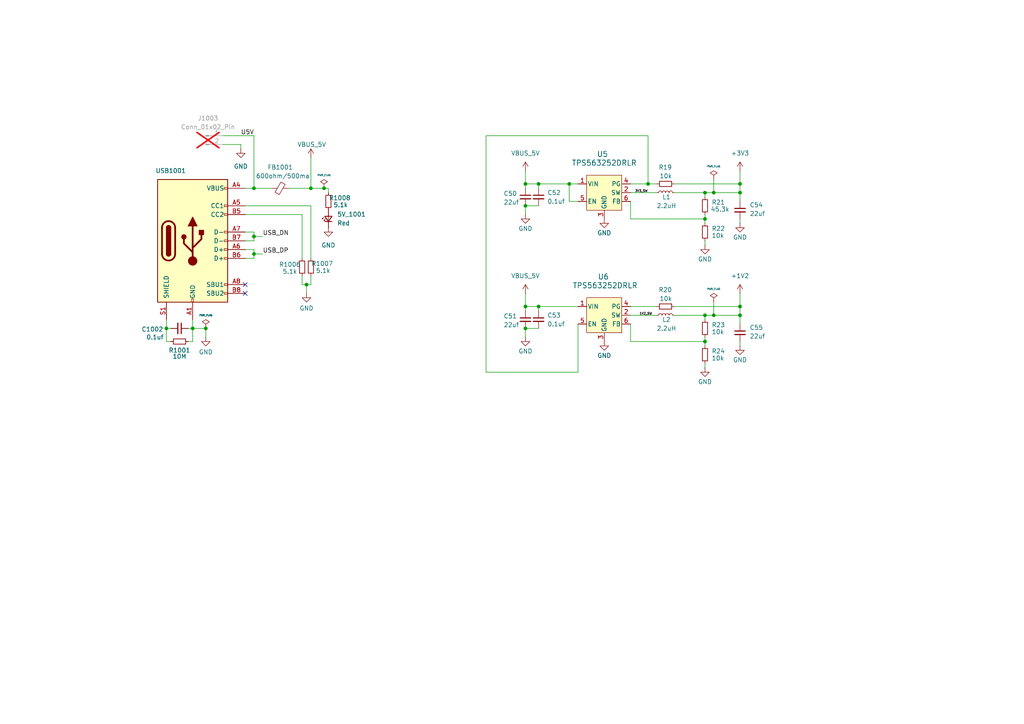
<source format=kicad_sch>
(kicad_sch (version 20231120) (generator "eeschema") (generator_version "8.0")
  (paper "A4")
  (lib_symbols
    (symbol "Connector:Conn_01x02_Pin" (pin_names (offset 1.016) hide)
      (property "Reference" "J" (at 0 2.54 0))
      (property "Value" "Conn_01x02_Pin" (at 0 -5.08 0))
      (symbol "Conn_01x02_Pin_1_1"
        (polyline (pts (xy 1.27 -2.54) (xy 0.8636 -2.54)) (stroke (width 0.1524)))
        (polyline (pts (xy 1.27 0) (xy 0.8636 0)) (stroke (width 0.1524)))
        (rectangle (start 0.8636 -2.413) (end 0 -2.667) (stroke (width 0.1524)) (fill (type outline)))
        (rectangle (start 0.8636 0.127) (end 0 -0.127) (stroke (width 0.1524)) (fill (type outline)))
        (pin passive line (at 5.08 0 180) (length 3.81) (name "Pin_1") (number "1"))
        (pin passive line (at 5.08 -2.54 180) (length 3.81) (name "Pin_2") (number "2"))
      )
    )
    (symbol "Connector:USB_C_Receptacle_USB2.0_16P" (pin_names (offset 1.016))
      (property "Reference" "J" (at 0 22.225 0))
      (property "Value" "USB_C_Receptacle_USB2.0_16P" (at 0 19.685 0))
      (symbol "USB_C_Receptacle_USB2.0_16P_0_0"
        (rectangle (start -0.254 -17.78) (end 0.254 -16.764))
        (rectangle (start 10.16 -14.986) (end 9.144 -15.494))
        (rectangle (start 10.16 -12.446) (end 9.144 -12.954))
        (rectangle (start 10.16 -4.826) (end 9.144 -5.334))
        (rectangle (start 10.16 -2.286) (end 9.144 -2.794))
        (rectangle (start 10.16 0.254) (end 9.144 -0.254))
        (rectangle (start 10.16 2.794) (end 9.144 2.286))
        (rectangle (start 10.16 7.874) (end 9.144 7.366))
        (rectangle (start 10.16 10.414) (end 9.144 9.906))
        (rectangle (start 10.16 15.494) (end 9.144 14.986))
      )
      (symbol "USB_C_Receptacle_USB2.0_16P_0_1"
        (rectangle (start -10.16 17.78) (end 10.16 -17.78) (stroke (width 0.254)) (fill (type background)))
        (arc (start -8.89 -3.81) (mid -6.985 -5.7067) (end -5.08 -3.81) (stroke (width 0.508)))
        (arc (start -7.62 -3.81) (mid -6.985 -4.4423) (end -6.35 -3.81) (stroke (width 0.254)))
        (arc (start -7.62 -3.81) (mid -6.985 -4.4423) (end -6.35 -3.81) (stroke (width 0.254)) (fill (type outline)))
        (rectangle (start -7.62 -3.81) (end -6.35 3.81) (stroke (width 0.254)) (fill (type outline)))
        (arc (start -6.35 3.81) (mid -6.985 4.4423) (end -7.62 3.81) (stroke (width 0.254)))
        (arc (start -6.35 3.81) (mid -6.985 4.4423) (end -7.62 3.81) (stroke (width 0.254)) (fill (type outline)))
        (arc (start -5.08 3.81) (mid -6.985 5.7067) (end -8.89 3.81) (stroke (width 0.508)))
        (circle (center -2.54 1.143) (radius 0.635) (stroke (width 0.254)) (fill (type outline)))
        (circle (center 0 -5.842) (radius 1.27) (fill (type outline)))
        (polyline (pts (xy -8.89 -3.81) (xy -8.89 3.81)) (stroke (width 0.508)))
        (polyline (pts (xy -5.08 3.81) (xy -5.08 -3.81)) (stroke (width 0.508)))
        (polyline (pts (xy 0 -5.842) (xy 0 4.318)) (stroke (width 0.508)))
        (polyline (pts (xy 0 -3.302) (xy -2.54 -0.762) (xy -2.54 0.508)) (stroke (width 0.508)))
        (polyline (pts (xy 0 -2.032) (xy 2.54 0.508) (xy 2.54 1.778)) (stroke (width 0.508)))
        (polyline (pts (xy -1.27 4.318) (xy 0 6.858) (xy 1.27 4.318) (xy -1.27 4.318)) (stroke (width 0.254)) (fill (type outline)))
        (rectangle (start 1.905 1.778) (end 3.175 3.048) (stroke (width 0.254)) (fill (type outline)))
      )
      (symbol "USB_C_Receptacle_USB2.0_16P_1_1"
        (pin passive line (at 0 -22.86 90) (length 5.08) (name "GND") (number "A1"))
        (pin passive line (at 0 -22.86 90) (length 5.08) hide (name "GND") (number "A12"))
        (pin passive line (at 15.24 15.24 180) (length 5.08) (name "VBUS") (number "A4"))
        (pin bidirectional line (at 15.24 10.16 180) (length 5.08) (name "CC1") (number "A5"))
        (pin bidirectional line (at 15.24 -2.54 180) (length 5.08) (name "D+") (number "A6"))
        (pin bidirectional line (at 15.24 2.54 180) (length 5.08) (name "D-") (number "A7"))
        (pin bidirectional line (at 15.24 -12.7 180) (length 5.08) (name "SBU1") (number "A8"))
        (pin passive line (at 15.24 15.24 180) (length 5.08) hide (name "VBUS") (number "A9"))
        (pin passive line (at 0 -22.86 90) (length 5.08) hide (name "GND") (number "B1"))
        (pin passive line (at 0 -22.86 90) (length 5.08) hide (name "GND") (number "B12"))
        (pin passive line (at 15.24 15.24 180) (length 5.08) hide (name "VBUS") (number "B4"))
        (pin bidirectional line (at 15.24 7.62 180) (length 5.08) (name "CC2") (number "B5"))
        (pin bidirectional line (at 15.24 -5.08 180) (length 5.08) (name "D+") (number "B6"))
        (pin bidirectional line (at 15.24 0 180) (length 5.08) (name "D-") (number "B7"))
        (pin bidirectional line (at 15.24 -15.24 180) (length 5.08) (name "SBU2") (number "B8"))
        (pin passive line (at 15.24 15.24 180) (length 5.08) hide (name "VBUS") (number "B9"))
        (pin passive line (at -7.62 -22.86 90) (length 5.08) (name "SHIELD") (number "S1"))
      )
    )
    (symbol "Device:C_Small" (pin_numbers hide) (pin_names (offset 0.254) hide)
      (property "Reference" "C" (at 0.254 1.778 0))
      (property "Value" "C_Small" (at 0.254 -2.032 0))
      (symbol "C_Small_0_1"
        (polyline (pts (xy -1.524 -0.508) (xy 1.524 -0.508)) (stroke (width 0.3302)))
        (polyline (pts (xy -1.524 0.508) (xy 1.524 0.508)) (stroke (width 0.3048)))
      )
      (symbol "C_Small_1_1"
        (pin passive line (at 0 2.54 270) (length 2.032) (name "~") (number "1"))
        (pin passive line (at 0 -2.54 90) (length 2.032) (name "~") (number "2"))
      )
    )
    (symbol "Device:FerriteBead_Small" (pin_numbers hide) (pin_names (offset 0))
      (property "Reference" "FB" (at 1.905 1.27 0))
      (property "Value" "FerriteBead_Small" (at 1.905 -1.27 0))
      (symbol "FerriteBead_Small_0_1"
        (polyline (pts (xy 0 -1.27) (xy 0 -0.7874)))
        (polyline (pts (xy 0 0.889) (xy 0 1.2954)))
        (polyline (pts (xy -1.8288 0.2794) (xy -1.1176 1.4986) (xy 1.8288 -0.2032) (xy 1.1176 -1.4224) (xy -1.8288 0.2794)))
      )
      (symbol "FerriteBead_Small_1_1"
        (pin passive line (at 0 2.54 270) (length 1.27) (name "~") (number "1"))
        (pin passive line (at 0 -2.54 90) (length 1.27) (name "~") (number "2"))
      )
    )
    (symbol "Device:LED_Small" (pin_numbers hide) (pin_names (offset 0.254) hide)
      (property "Reference" "D" (at -1.27 3.175 0))
      (property "Value" "LED_Small" (at -4.445 -2.54 0))
      (symbol "LED_Small_0_1"
        (polyline (pts (xy -0.762 -1.016) (xy -0.762 1.016)) (stroke (width 0.254)))
        (polyline (pts (xy 1.016 0) (xy -0.762 0)))
        (polyline (pts (xy 0.762 -1.016) (xy -0.762 0) (xy 0.762 1.016) (xy 0.762 -1.016)) (stroke (width 0.254)))
        (polyline (pts (xy 0 0.762) (xy -0.508 1.27) (xy -0.254 1.27) (xy -0.508 1.27) (xy -0.508 1.016)))
        (polyline (pts (xy 0.508 1.27) (xy 0 1.778) (xy 0.254 1.778) (xy 0 1.778) (xy 0 1.524)))
      )
      (symbol "LED_Small_1_1"
        (pin passive line (at -2.54 0 0) (length 1.778) (name "K") (number "1"))
        (pin passive line (at 2.54 0 180) (length 1.778) (name "A") (number "2"))
      )
    )
    (symbol "Device:L_Small" (pin_numbers hide) (pin_names (offset 0.254) hide)
      (property "Reference" "L" (at 0.762 1.016 0))
      (property "Value" "L_Small" (at 0.762 -1.016 0))
      (symbol "L_Small_0_1"
        (arc (start 0 -2.032) (mid 0.5058 -1.524) (end 0 -1.016))
        (arc (start 0 -1.016) (mid 0.5058 -0.508) (end 0 0))
        (arc (start 0 0) (mid 0.5058 0.508) (end 0 1.016))
        (arc (start 0 1.016) (mid 0.5058 1.524) (end 0 2.032))
      )
      (symbol "L_Small_1_1"
        (pin passive line (at 0 2.54 270) (length 0.508) (name "~") (number "1"))
        (pin passive line (at 0 -2.54 90) (length 0.508) (name "~") (number "2"))
      )
    )
    (symbol "Device:R_Small" (pin_numbers hide) (pin_names (offset 0.254) hide)
      (property "Reference" "R" (at 0.762 0.508 0))
      (property "Value" "R_Small" (at 0.762 -1.016 0))
      (symbol "R_Small_0_1"
        (rectangle (start -0.762 1.778) (end 0.762 -1.778) (stroke (width 0.2032)))
      )
      (symbol "R_Small_1_1"
        (pin passive line (at 0 2.54 270) (length 0.762) (name "~") (number "1"))
        (pin passive line (at 0 -2.54 90) (length 0.762) (name "~") (number "2"))
      )
    )
    (symbol "TPS563252DRLR:TPS563252DRLR" (pin_names (offset 0.254))
      (property "Reference" "U" (at 16.256 7.366 0))
      (property "Value" "TPS563252DRLR" (at 16.256 4.826 0))
      (symbol "TPS563252DRLR_0_1"
        (pin power_in line (at 8.89 0 0) (length 2.54) (name "VIN") (number "1"))
      )
      (symbol "TPS563252DRLR_1_1"
        (rectangle (start 11.43 2.54) (end 21.59 -7.62) (fill (type background)))
        (pin power_out line (at 24.13 -2.54 180) (length 2.54) (name "SW") (number "2"))
        (pin power_in line (at 16.51 -10.16 90) (length 2.54) (name "GND") (number "3"))
        (pin output line (at 24.13 0 180) (length 2.54) (name "PG") (number "4"))
        (pin input line (at 8.89 -5.08 0) (length 2.54) (name "EN") (number "5"))
        (pin input line (at 24.13 -5.08 180) (length 2.54) (name "FB") (number "6"))
      )
    )
    (symbol "power:+3V3" (power) (pin_numbers hide) (pin_names (offset 0) hide)
      (property "Value" "+3V3" (at 0 3.556 0))
      (symbol "+3V3_0_1"
        (polyline (pts (xy -0.762 1.27) (xy 0 2.54)))
        (polyline (pts (xy 0 0) (xy 0 2.54)))
        (polyline (pts (xy 0 2.54) (xy 0.762 1.27)))
      )
      (symbol "+3V3_1_1"
        (pin power_in line (at 0 0 90) (length 0) (name "~") (number "1"))
      )
    )
    (symbol "power:GND" (power) (pin_numbers hide) (pin_names (offset 0) hide)
      (property "Value" "GND" (at 0 -3.81 0))
      (symbol "GND_0_1"
        (polyline (pts (xy 0 0) (xy 0 -1.27) (xy 1.27 -1.27) (xy 0 -2.54) (xy -1.27 -1.27) (xy 0 -1.27)))
      )
      (symbol "GND_1_1"
        (pin power_in line (at 0 0 270) (length 0) (name "~") (number "1"))
      )
    )
    (symbol "power:PWR_FLAG" (power) (pin_numbers hide) (pin_names (offset 0) hide)
      (property "Value" "PWR_FLAG" (at 0 3.81 0))
      (symbol "PWR_FLAG_0_0"
        (pin power_out line (at 0 0 90) (length 0) (name "~") (number "1"))
      )
      (symbol "PWR_FLAG_0_1"
        (polyline (pts (xy 0 0) (xy 0 1.27) (xy -1.016 1.905) (xy 0 2.54) (xy 1.016 1.905) (xy 0 1.27)))
      )
    )
    (symbol "power:VBUS" (power) (pin_numbers hide) (pin_names (offset 0) hide)
      (property "Value" "VBUS" (at 0 3.556 0))
      (symbol "VBUS_0_1"
        (polyline (pts (xy -0.762 1.27) (xy 0 2.54)))
        (polyline (pts (xy 0 0) (xy 0 2.54)))
        (polyline (pts (xy 0 2.54) (xy 0.762 1.27)))
      )
      (symbol "VBUS_1_1"
        (pin power_in line (at 0 0 90) (length 0) (name "~") (number "1"))
      )
    )
  )
  (junction (at 93.98 54.61))
  (junction (at 90.17 54.61))
  (junction (at 73.66 68.58))
  (junction (at 73.66 73.66))
  (junction (at 204.47 99.06))
  (junction (at 187.96 53.34))
  (junction (at 55.88 95.25))
  (junction (at 152.4 95.25))
  (junction (at 214.63 55.88))
  (junction (at 156.21 88.9))
  (junction (at 214.63 88.9))
  (junction (at 152.4 59.69))
  (junction (at 204.47 55.88))
  (junction (at 165.1 53.34))
  (junction (at 207.01 55.88))
  (junction (at 207.01 91.44))
  (junction (at 73.66 54.61))
  (junction (at 204.47 63.5))
  (junction (at 152.4 88.9))
  (junction (at 214.63 91.44))
  (junction (at 214.63 53.34))
  (junction (at 204.47 91.44))
  (junction (at 152.4 53.34))
  (junction (at 48.26 95.25))
  (junction (at 156.21 53.34))
  (junction (at 59.69 95.25))
  (junction (at 88.9 82.55))
  (no_connect (at 71.12 82.55))
  (no_connect (at 71.12 85.09))
  (wire (pts (xy 204.47 64.77) (xy 204.47 63.5)))
  (wire (pts (xy 140.97 39.37) (xy 187.96 39.37)))
  (wire (pts (xy 48.26 99.06) (xy 49.53 99.06)))
  (wire (pts (xy 55.88 92.71) (xy 55.88 95.25)))
  (wire (pts (xy 214.63 58.42) (xy 214.63 55.88)))
  (wire (pts (xy 214.63 88.9) (xy 214.63 91.44)))
  (wire (pts (xy 156.21 53.34) (xy 165.1 53.34)))
  (wire (pts (xy 90.17 45.72) (xy 90.17 54.61)))
  (wire (pts (xy 204.47 99.06) (xy 204.47 97.79)))
  (wire (pts (xy 83.82 54.61) (xy 90.17 54.61)))
  (wire (pts (xy 207.01 55.88) (xy 214.63 55.88)))
  (wire (pts (xy 55.88 99.06) (xy 54.61 99.06)))
  (wire (pts (xy 64.77 39.37) (xy 73.66 39.37)))
  (wire (pts (xy 152.4 95.25) (xy 152.4 97.79)))
  (wire (pts (xy 182.88 53.34) (xy 187.96 53.34)))
  (wire (pts (xy 187.96 53.34) (xy 190.5 53.34)))
  (wire (pts (xy 156.21 53.34) (xy 156.21 54.61)))
  (wire (pts (xy 182.88 55.88) (xy 190.5 55.88)))
  (wire (pts (xy 73.66 54.61) (xy 78.74 54.61)))
  (wire (pts (xy 73.66 73.66) (xy 76.2 73.66)))
  (wire (pts (xy 187.96 39.37) (xy 187.96 53.34)))
  (wire (pts (xy 156.21 88.9) (xy 167.64 88.9)))
  (wire (pts (xy 64.77 41.91) (xy 69.85 41.91)))
  (wire (pts (xy 182.88 91.44) (xy 190.5 91.44)))
  (wire (pts (xy 140.97 107.95) (xy 140.97 39.37)))
  (wire (pts (xy 73.66 67.31) (xy 73.66 68.58)))
  (wire (pts (xy 71.12 67.31) (xy 73.66 67.31)))
  (wire (pts (xy 88.9 82.55) (xy 90.17 82.55)))
  (wire (pts (xy 152.4 85.09) (xy 152.4 88.9)))
  (wire (pts (xy 214.63 49.53) (xy 214.63 53.34)))
  (wire (pts (xy 71.12 72.39) (xy 73.66 72.39)))
  (wire (pts (xy 214.63 85.09) (xy 214.63 88.9)))
  (wire (pts (xy 73.66 68.58) (xy 76.2 68.58)))
  (wire (pts (xy 152.4 88.9) (xy 152.4 90.17)))
  (wire (pts (xy 55.88 95.25) (xy 54.61 95.25)))
  (wire (pts (xy 214.63 93.98) (xy 214.63 91.44)))
  (wire (pts (xy 152.4 49.53) (xy 152.4 53.34)))
  (wire (pts (xy 87.63 62.23) (xy 87.63 74.93)))
  (wire (pts (xy 207.01 91.44) (xy 214.63 91.44)))
  (wire (pts (xy 71.12 62.23) (xy 87.63 62.23)))
  (wire (pts (xy 71.12 59.69) (xy 90.17 59.69)))
  (wire (pts (xy 195.58 53.34) (xy 214.63 53.34)))
  (wire (pts (xy 152.4 53.34) (xy 152.4 54.61)))
  (wire (pts (xy 182.88 63.5) (xy 204.47 63.5)))
  (wire (pts (xy 165.1 58.42) (xy 167.64 58.42)))
  (wire (pts (xy 48.26 92.71) (xy 48.26 95.25)))
  (wire (pts (xy 195.58 88.9) (xy 214.63 88.9)))
  (wire (pts (xy 73.66 72.39) (xy 73.66 73.66)))
  (wire (pts (xy 73.66 39.37) (xy 73.66 54.61)))
  (wire (pts (xy 55.88 95.25) (xy 59.69 95.25)))
  (wire (pts (xy 204.47 69.85) (xy 204.47 71.12)))
  (wire (pts (xy 204.47 100.33) (xy 204.47 99.06)))
  (wire (pts (xy 87.63 82.55) (xy 88.9 82.55)))
  (wire (pts (xy 90.17 59.69) (xy 90.17 74.93)))
  (wire (pts (xy 71.12 69.85) (xy 73.66 69.85)))
  (wire (pts (xy 214.63 63.5) (xy 214.63 64.77)))
  (wire (pts (xy 182.88 99.06) (xy 182.88 93.98)))
  (wire (pts (xy 167.64 107.95) (xy 140.97 107.95)))
  (wire (pts (xy 156.21 88.9) (xy 156.21 90.17)))
  (wire (pts (xy 95.25 54.61) (xy 93.98 54.61)))
  (wire (pts (xy 207.01 87.63) (xy 207.01 91.44)))
  (wire (pts (xy 165.1 53.34) (xy 167.64 53.34)))
  (wire (pts (xy 204.47 63.5) (xy 204.47 62.23)))
  (wire (pts (xy 214.63 53.34) (xy 214.63 55.88)))
  (wire (pts (xy 182.88 99.06) (xy 204.47 99.06)))
  (wire (pts (xy 156.21 59.69) (xy 152.4 59.69)))
  (wire (pts (xy 48.26 95.25) (xy 48.26 99.06)))
  (wire (pts (xy 204.47 105.41) (xy 204.47 106.68)))
  (wire (pts (xy 182.88 63.5) (xy 182.88 58.42)))
  (wire (pts (xy 73.66 68.58) (xy 73.66 69.85)))
  (wire (pts (xy 204.47 57.15) (xy 204.47 55.88)))
  (wire (pts (xy 93.98 54.61) (xy 90.17 54.61)))
  (wire (pts (xy 195.58 91.44) (xy 204.47 91.44)))
  (wire (pts (xy 90.17 80.01) (xy 90.17 82.55)))
  (wire (pts (xy 214.63 99.06) (xy 214.63 100.33)))
  (wire (pts (xy 87.63 80.01) (xy 87.63 82.55)))
  (wire (pts (xy 207.01 52.07) (xy 207.01 55.88)))
  (wire (pts (xy 55.88 95.25) (xy 55.88 99.06)))
  (wire (pts (xy 152.4 88.9) (xy 156.21 88.9)))
  (wire (pts (xy 73.66 73.66) (xy 73.66 74.93)))
  (wire (pts (xy 152.4 53.34) (xy 156.21 53.34)))
  (wire (pts (xy 73.66 74.93) (xy 71.12 74.93)))
  (wire (pts (xy 165.1 53.34) (xy 165.1 58.42)))
  (wire (pts (xy 204.47 55.88) (xy 207.01 55.88)))
  (wire (pts (xy 204.47 91.44) (xy 207.01 91.44)))
  (wire (pts (xy 88.9 85.09) (xy 88.9 82.55)))
  (wire (pts (xy 48.26 95.25) (xy 49.53 95.25)))
  (wire (pts (xy 59.69 95.25) (xy 59.69 97.79)))
  (wire (pts (xy 152.4 59.69) (xy 152.4 62.23)))
  (wire (pts (xy 204.47 92.71) (xy 204.47 91.44)))
  (wire (pts (xy 182.88 88.9) (xy 190.5 88.9)))
  (wire (pts (xy 69.85 41.91) (xy 69.85 43.18)))
  (wire (pts (xy 167.64 93.98) (xy 167.64 107.95)))
  (wire (pts (xy 156.21 95.25) (xy 152.4 95.25)))
  (wire (pts (xy 95.25 55.88) (xy 95.25 54.61)))
  (wire (pts (xy 195.58 55.88) (xy 204.47 55.88)))
  (wire (pts (xy 71.12 54.61) (xy 73.66 54.61)))
  (label "USB_DP" (at 76.2 73.66 0))
  (label "USB_DN" (at 76.2 68.58 0))
  (label "U5V" (at 69.85 39.37 0))
  (label "1V2_SW" (at 185.42 91.44 0) (effects (font (size 0.635 0.635))))
  (label "3V3_SW" (at 184.15 55.88 0) (effects (font (size 0.635 0.635))))
  (symbol (lib_id "power:PWR_FLAG") (at 207.01 87.63 0) (unit 1)
    (property "Reference" "#FLG010" (effects (hide yes)))
    (property "Value" "PWR_FLAG" (at 207.01 83.82 0) (effects (font (size 0.508 0.508))))
    (property "Description" "Special symbol for telling ERC where power comes from" (effects (hide yes)))
  )
  (symbol (lib_id "Device:R_Small") (at 193.04 53.34 270) (unit 1)
    (property "Reference" "R19" (at 191.008 48.514 90) (effects (justify left)))
    (property "Value" "10k" (at 191.262 51.054 90) (effects (justify left)))
    (property "Footprint" "Resistor_SMD:R_0603_1608Metric" (effects (hide yes)))
    (property "Description" "Resistor, small symbol" (effects (hide yes)))
    (property "LCSC Part #" "C25804" (effects (hide yes)))
    (property "Digi-Key Part Number" "CR0603-FX-1002ELFCT-ND" (effects (hide yes)))
  )
  (symbol (lib_id "power:VBUS") (at 152.4 85.09 0) (unit 1)
    (property "Reference" "#PWR054" (effects (hide yes)))
    (property "Value" "VBUS_5V" (at 152.4 80.01 0))
    (property "Description" "Power symbol creates a global label with name \"VBUS\"" (effects (hide yes)))
  )
  (symbol (lib_id "Device:C_Small") (at 52.07 95.25 270) (unit 1)
    (property "Reference" "C1002" (at 44.196 95.504 90))
    (property "Value" "0.1uf" (at 44.958 97.79 90))
    (property "Footprint" "Capacitor_SMD:C_0402_1005Metric" (effects (hide yes)))
    (property "Description" "Unpolarized capacitor, small symbol" (effects (hide yes)))
    (property "LCSC Part #" "C1525" (effects (hide yes)))
    (property "Digi-Key Part Number" "490-6328-1-ND" (effects (hide yes)))
  )
  (symbol (lib_id "power:GND") (at 175.26 99.06 0) (unit 1)
    (property "Reference" "#PWR057" (effects (hide yes)))
    (property "Value" "GND" (at 175.26 103.124 0))
    (property "Description" "Power symbol creates a global label with name \"GND\" , ground" (effects (hide yes)))
  )
  (symbol (lib_id "power:GND") (at 88.9 85.09 0) (unit 1)
    (property "Reference" "#PWR049" (effects (hide yes)))
    (property "Value" "GND" (at 88.9 89.408 0))
    (property "Description" "Power symbol creates a global label with name \"GND\" , ground" (effects (hide yes)))
  )
  (symbol (lib_id "Device:C_Small") (at 152.4 92.71 0) (unit 1)
    (property "Reference" "C51" (at 146.05 91.694 0) (effects (justify left)))
    (property "Value" "22uf" (at 146.05 94.234 0) (effects (justify left)))
    (property "Footprint" "Capacitor_SMD:C_0603_1608Metric" (effects (hide yes)))
    (property "Description" "Unpolarized capacitor, small symbol" (effects (hide yes)))
    (property "LCSC Part #" "C59461" (effects (hide yes)))
    (property "Digi-Key Part Number" "490-7611-1-ND" (effects (hide yes)))
  )
  (symbol (lib_id "Device:R_Small") (at 95.25 58.42 180) (unit 1)
    (property "Reference" "R1008" (at 98.552 57.404 0))
    (property "Value" "5.1k" (at 98.806 59.436 0))
    (property "Footprint" "Resistor_SMD:R_0603_1608Metric" (effects (hide yes)))
    (property "Description" "Resistor, small symbol" (effects (hide yes)))
    (property "LCSC Part #" "C23186" (effects (hide yes)))
    (property "Digi-Key Part Number" "CR0603-FX-5101ELFCT-ND" (effects (hide yes)))
  )
  (symbol (lib_id "Device:C_Small") (at 156.21 57.15 0) (unit 1)
    (property "Reference" "C52" (at 158.75 55.8862 0) (effects (justify left)))
    (property "Value" "0.1uf" (at 158.75 58.4262 0) (effects (justify left)))
    (property "Footprint" "Capacitor_SMD:C_0402_1005Metric" (effects (hide yes)))
    (property "Description" "Unpolarized capacitor, small symbol" (effects (hide yes)))
    (property "LCSC Part #" "C1525" (effects (hide yes)))
    (property "Digi-Key Part Number" "490-6328-1-ND" (effects (hide yes)))
  )
  (symbol (lib_id "power:+3V3") (at 214.63 85.09 0) (unit 1)
    (property "Reference" "#PWR062" (effects (hide yes)))
    (property "Value" "+1V2" (at 214.63 80.01 0))
    (property "Description" "Power symbol creates a global label with name \"+3V3\"" (effects (hide yes)))
  )
  (symbol (lib_id "TPS563252DRLR:TPS563252DRLR") (at 158.75 53.34 0) (unit 1)
    (property "Reference" "U5" (at 174.752 44.704 0) (effects (font (size 1.524 1.524))))
    (property "Value" "TPS563252DRLR" (at 175.26 47.244 0) (effects (font (size 1.524 1.524))))
    (property "Footprint" "PS563252DRLR:SOT6_DRL_TEX" (effects (hide yes)))
    (property "Datasheet" "https://www.ti.com/lit/ds/symlink/tps563252.pdf?ts=1715941486178" (effects (hide yes)))
    (property "LCSC Part #" "C19188399" (effects (hide yes)))
    (property "JLCPCB Rotation Offset" "-90" (effects (hide yes)))
    (property "Digi-Key Part Number" "296-TPS563252DRLRCT-ND" (effects (hide yes)))
  )
  (symbol (lib_id "Connector:Conn_01x02_Pin") (at 59.69 39.37 0) (unit 1) (in_bom no) (dnp yes)
    (property "Reference" "J1003" (at 60.325 34.29 0))
    (property "Value" "Conn_01x02_Pin" (at 60.325 36.83 0))
    (property "Footprint" "Connector_PinHeader_2.54mm:PinHeader_1x02_P2.54mm_Vertical" (effects (hide yes)))
    (property "Description" "Generic connector, single row, 01x02, script generated" (effects (hide yes)))
  )
  (symbol (lib_id "Device:R_Small") (at 90.17 77.47 180) (unit 1)
    (property "Reference" "R1007" (at 93.472 76.454 0))
    (property "Value" "5.1k" (at 93.726 78.486 0))
    (property "Footprint" "Resistor_SMD:R_0603_1608Metric" (effects (hide yes)))
    (property "Description" "Resistor, small symbol" (effects (hide yes)))
    (property "LCSC Part #" "C23186" (effects (hide yes)))
    (property "Digi-Key Part Number" "CR0603-FX-5101ELFCT-ND" (effects (hide yes)))
  )
  (symbol (lib_id "power:GND") (at 59.69 97.79 0) (unit 1)
    (property "Reference" "#PWR047" (effects (hide yes)))
    (property "Value" "GND" (at 59.69 102.108 0))
    (property "Description" "Power symbol creates a global label with name \"GND\" , ground" (effects (hide yes)))
  )
  (symbol (lib_id "Device:C_Small") (at 156.21 92.71 0) (unit 1)
    (property "Reference" "C53" (at 158.75 91.4462 0) (effects (justify left)))
    (property "Value" "0.1uf" (at 158.75 93.9862 0) (effects (justify left)))
    (property "Footprint" "Capacitor_SMD:C_0402_1005Metric" (effects (hide yes)))
    (property "Description" "Unpolarized capacitor, small symbol" (effects (hide yes)))
    (property "LCSC Part #" "C1525" (effects (hide yes)))
    (property "Digi-Key Part Number" "490-6328-1-ND" (effects (hide yes)))
  )
  (symbol (lib_id "power:GND") (at 152.4 62.23 0) (unit 1)
    (property "Reference" "#PWR053" (effects (hide yes)))
    (property "Value" "GND" (at 152.4 66.294 0))
    (property "Description" "Power symbol creates a global label with name \"GND\" , ground" (effects (hide yes)))
  )
  (symbol (lib_id "Device:FerriteBead_Small") (at 81.28 54.61 90) (unit 1)
    (property "Reference" "FB1001" (at 81.28 48.514 90))
    (property "Value" "600ohm/500ma" (at 82.042 51.054 90))
    (property "Footprint" "Inductor_SMD:L_0603_1608Metric" (effects (hide yes)))
    (property "Description" "Ferrite bead, small symbol" (effects (hide yes)))
    (property "LCSC Part #" "C1002" (effects (hide yes)))
    (property "Digi-Key Part Number" "490-5258-1-ND " (effects (hide yes)))
  )
  (symbol (lib_id "Device:R_Small") (at 87.63 77.47 180) (unit 1)
    (property "Reference" "R1006" (at 84.074 76.708 0))
    (property "Value" "5.1k" (at 84.074 78.74 0))
    (property "Footprint" "Resistor_SMD:R_0603_1608Metric" (effects (hide yes)))
    (property "Description" "Resistor, small symbol" (effects (hide yes)))
    (property "LCSC Part #" "C23186" (effects (hide yes)))
    (property "Digi-Key Part Number" "CR0603-FX-5101ELFCT-ND" (effects (hide yes)))
  )
  (symbol (lib_id "power:GND") (at 95.25 66.04 0) (unit 1)
    (property "Reference" "#PWR051" (effects (hide yes)))
    (property "Value" "GND" (at 95.25 71.12 0))
    (property "Description" "Power symbol creates a global label with name \"GND\" , ground" (effects (hide yes)))
  )
  (symbol (lib_id "Device:R_Small") (at 193.04 88.9 270) (unit 1)
    (property "Reference" "R20" (at 191.008 84.074 90) (effects (justify left)))
    (property "Value" "10k" (at 191.262 86.614 90) (effects (justify left)))
    (property "Footprint" "Resistor_SMD:R_0603_1608Metric" (effects (hide yes)))
    (property "Description" "Resistor, small symbol" (effects (hide yes)))
    (property "LCSC Part #" "C25804" (effects (hide yes)))
    (property "Digi-Key Part Number" "CR0603-FX-1002ELFCT-ND" (effects (hide yes)))
  )
  (symbol (lib_id "Device:L_Small") (at 193.04 91.44 90) (unit 1)
    (property "Reference" "L2" (at 193.294 92.71 90))
    (property "Value" "2.2uH" (at 193.294 95.25 90))
    (property "Footprint" "Inductor_SMD:L_1008_2520Metric" (effects (hide yes)))
    (property "Description" "Inductor, small symbol" (effects (hide yes)))
    (property "LCSC Part #" "C391305" (effects (hide yes)))
    (property "Digi-Key Part Number" "490-10649-1-ND" (effects (hide yes)))
  )
  (symbol (lib_id "power:PWR_FLAG") (at 59.69 95.25 0) (unit 1)
    (property "Reference" "#FLG07" (effects (hide yes)))
    (property "Value" "PWR_FLAG" (at 59.69 91.44 0) (effects (font (size 0.508 0.508))))
    (property "Description" "Special symbol for telling ERC where power comes from" (effects (hide yes)))
  )
  (symbol (lib_id "power:PWR_FLAG") (at 207.01 52.07 0) (unit 1)
    (property "Reference" "#FLG09" (effects (hide yes)))
    (property "Value" "PWR_FLAG" (at 207.01 48.26 0) (effects (font (size 0.508 0.508))))
    (property "Description" "Special symbol for telling ERC where power comes from" (effects (hide yes)))
  )
  (symbol (lib_id "Device:C_Small") (at 152.4 57.15 0) (unit 1)
    (property "Reference" "C50" (at 146.05 56.134 0) (effects (justify left)))
    (property "Value" "22uf" (at 146.05 58.674 0) (effects (justify left)))
    (property "Footprint" "Capacitor_SMD:C_0603_1608Metric" (effects (hide yes)))
    (property "Description" "Unpolarized capacitor, small symbol" (effects (hide yes)))
    (property "LCSC Part #" "C59461" (effects (hide yes)))
    (property "Digi-Key Part Number" "490-7611-1-ND" (effects (hide yes)))
  )
  (symbol (lib_id "Device:C_Small") (at 214.63 96.52 0) (unit 1)
    (property "Reference" "C55" (at 217.424 94.996 0) (effects (justify left)))
    (property "Value" "22uf" (at 217.424 97.536 0) (effects (justify left)))
    (property "Footprint" "Capacitor_SMD:C_0603_1608Metric" (effects (hide yes)))
    (property "Description" "Unpolarized capacitor, small symbol" (effects (hide yes)))
    (property "LCSC Part #" "C59461" (effects (hide yes)))
    (property "Digi-Key Part Number" "490-7611-1-ND" (effects (hide yes)))
  )
  (symbol (lib_id "Device:R_Small") (at 204.47 102.87 180) (unit 1)
    (property "Reference" "R24" (at 210.312 101.854 0) (effects (justify left)))
    (property "Value" "10k" (at 210.058 103.886 0) (effects (justify left)))
    (property "Footprint" "Resistor_SMD:R_0603_1608Metric" (effects (hide yes)))
    (property "Description" "Resistor, small symbol" (effects (hide yes)))
    (property "LCSC Part #" "C25804" (effects (hide yes)))
    (property "Digi-Key Part Number" "CR0603-FX-1002ELFCT-ND" (effects (hide yes)))
  )
  (symbol (lib_id "power:GND") (at 152.4 97.79 0) (unit 1)
    (property "Reference" "#PWR055" (effects (hide yes)))
    (property "Value" "GND" (at 152.4 101.854 0))
    (property "Description" "Power symbol creates a global label with name \"GND\" , ground" (effects (hide yes)))
  )
  (symbol (lib_id "Device:R_Small") (at 204.47 67.31 180) (unit 1)
    (property "Reference" "R22" (at 210.312 66.294 0) (effects (justify left)))
    (property "Value" "10k" (at 210.058 68.326 0) (effects (justify left)))
    (property "Footprint" "Resistor_SMD:R_0603_1608Metric" (effects (hide yes)))
    (property "Description" "Resistor, small symbol" (effects (hide yes)))
    (property "LCSC Part #" "C25804" (effects (hide yes)))
    (property "Digi-Key Part Number" "CR0603-FX-1002ELFCT-ND" (effects (hide yes)))
  )
  (symbol (lib_id "Device:C_Small") (at 214.63 60.96 0) (unit 1)
    (property "Reference" "C54" (at 217.424 59.436 0) (effects (justify left)))
    (property "Value" "22uf" (at 217.424 61.976 0) (effects (justify left)))
    (property "Footprint" "Capacitor_SMD:C_0603_1608Metric" (effects (hide yes)))
    (property "Description" "Unpolarized capacitor, small symbol" (effects (hide yes)))
    (property "LCSC Part #" "C59461" (effects (hide yes)))
    (property "Digi-Key Part Number" "490-7611-1-ND" (effects (hide yes)))
  )
  (symbol (lib_id "power:VBUS") (at 152.4 49.53 0) (unit 1)
    (property "Reference" "#PWR052" (effects (hide yes)))
    (property "Value" "VBUS_5V" (at 152.4 44.45 0))
    (property "Description" "Power symbol creates a global label with name \"VBUS\"" (effects (hide yes)))
  )
  (symbol (lib_id "power:PWR_FLAG") (at 93.98 54.61 0) (unit 1)
    (property "Reference" "#FLG08" (effects (hide yes)))
    (property "Value" "PWR_FLAG" (at 93.98 50.8 0) (effects (font (size 0.508 0.508))))
    (property "Description" "Special symbol for telling ERC where power comes from" (effects (hide yes)))
  )
  (symbol (lib_id "power:GND") (at 175.26 63.5 0) (unit 1)
    (property "Reference" "#PWR056" (effects (hide yes)))
    (property "Value" "GND" (at 175.26 67.564 0))
    (property "Description" "Power symbol creates a global label with name \"GND\" , ground" (effects (hide yes)))
  )
  (symbol (lib_id "Device:R_Small") (at 204.47 59.69 180) (unit 1)
    (property "Reference" "R21" (at 210.312 58.674 0) (effects (justify left)))
    (property "Value" "45.3k" (at 211.582 60.706 0) (effects (justify left)))
    (property "Footprint" "Resistor_SMD:R_0603_1608Metric" (effects (hide yes)))
    (property "Description" "Resistor, small symbol" (effects (hide yes)))
    (property "LCSC Part #" "C23058" (effects (hide yes)))
    (property "Digi-Key Part Number" "CR0603-FX-4532ELFCT-ND " (effects (hide yes)))
  )
  (symbol (lib_id "Device:R_Small") (at 52.07 99.06 90) (unit 1)
    (property "Reference" "R1001" (at 52.07 101.6 90))
    (property "Value" "10M" (at 52.07 103.378 90))
    (property "Footprint" "Resistor_SMD:R_0603_1608Metric" (effects (hide yes)))
    (property "Description" "Resistor, small symbol" (effects (hide yes)))
    (property "LCSC Part #" "C7250" (effects (hide yes)))
    (property "Digi-Key Part Number" "CR0603-FW-1005ELFCT-ND" (effects (hide yes)))
  )
  (symbol (lib_id "power:GND") (at 214.63 64.77 0) (unit 1)
    (property "Reference" "#PWR061" (effects (hide yes)))
    (property "Value" "GND" (at 214.63 68.834 0))
    (property "Description" "Power symbol creates a global label with name \"GND\" , ground" (effects (hide yes)))
  )
  (symbol (lib_id "Device:L_Small") (at 193.04 55.88 90) (unit 1)
    (property "Reference" "L1" (at 193.294 57.15 90))
    (property "Value" "2.2uH" (at 193.294 59.69 90))
    (property "Footprint" "Inductor_SMD:L_1008_2520Metric" (effects (hide yes)))
    (property "Description" "Inductor, small symbol" (effects (hide yes)))
    (property "LCSC Part #" "C391305" (effects (hide yes)))
    (property "Digi-Key Part Number" "490-10649-1-ND" (effects (hide yes)))
  )
  (symbol (lib_id "power:GND") (at 204.47 71.12 0) (unit 1)
    (property "Reference" "#PWR058" (effects (hide yes)))
    (property "Value" "GND" (at 204.47 75.184 0))
    (property "Description" "Power symbol creates a global label with name \"GND\" , ground" (effects (hide yes)))
  )
  (symbol (lib_id "power:+3V3") (at 214.63 49.53 0) (unit 1)
    (property "Reference" "#PWR060" (effects (hide yes)))
    (property "Value" "+3V3" (at 214.63 44.45 0))
    (property "Description" "Power symbol creates a global label with name \"+3V3\"" (effects (hide yes)))
  )
  (symbol (lib_id "power:VBUS") (at 90.17 45.72 0) (unit 1)
    (property "Reference" "#PWR050" (effects (hide yes)))
    (property "Value" "VBUS_5V" (at 90.424 41.91 0))
    (property "Description" "Power symbol creates a global label with name \"VBUS\"" (effects (hide yes)))
  )
  (symbol (lib_id "power:GND") (at 204.47 106.68 0) (unit 1)
    (property "Reference" "#PWR059" (effects (hide yes)))
    (property "Value" "GND" (at 204.47 110.744 0))
    (property "Description" "Power symbol creates a global label with name \"GND\" , ground" (effects (hide yes)))
  )
  (symbol (lib_id "Device:R_Small") (at 204.47 95.25 180) (unit 1)
    (property "Reference" "R23" (at 210.312 94.234 0) (effects (justify left)))
    (property "Value" "10k" (at 210.058 96.266 0) (effects (justify left)))
    (property "Footprint" "Resistor_SMD:R_0603_1608Metric" (effects (hide yes)))
    (property "Description" "Resistor, small symbol" (effects (hide yes)))
    (property "LCSC Part #" "C25804" (effects (hide yes)))
    (property "Digi-Key Part Number" "CR0603-FX-1002ELFCT-ND" (effects (hide yes)))
  )
  (symbol (lib_id "TPS563252DRLR:TPS563252DRLR") (at 158.75 88.9 0) (unit 1)
    (property "Reference" "U6" (at 175.006 80.264 0) (effects (font (size 1.524 1.524))))
    (property "Value" "TPS563252DRLR" (at 175.514 82.804 0) (effects (font (size 1.524 1.524))))
    (property "Footprint" "PS563252DRLR:SOT6_DRL_TEX" (effects (hide yes)))
    (property "Datasheet" "https://www.ti.com/lit/ds/symlink/tps563252.pdf?ts=1715941486178" (effects (hide yes)))
    (property "LCSC Part #" "C19188399" (effects (hide yes)))
    (property "JLCPCB Rotation Offset" "-90" (effects (hide yes)))
    (property "Digi-Key Part Number" "296-TPS563252DRLRCT-ND" (effects (hide yes)))
  )
  (symbol (lib_id "power:GND") (at 214.63 100.33 0) (unit 1)
    (property "Reference" "#PWR063" (effects (hide yes)))
    (property "Value" "GND" (at 214.63 104.394 0))
    (property "Description" "Power symbol creates a global label with name \"GND\" , ground" (effects (hide yes)))
  )
  (symbol (lib_id "Device:LED_Small") (at 95.25 63.5 90) (unit 1)
    (property "Reference" "5V_1001" (at 97.79 62.1664 90) (effects (justify right)))
    (property "Value" "Red" (at 97.79 64.7064 90) (effects (justify right)))
    (property "Footprint" "Diode_SMD:D_0603_1608Metric" (effects (hide yes)))
    (property "Description" "Light emitting diode, small symbol" (effects (hide yes)))
    (property "LCSC Part #" "C2286" (effects (hide yes)))
    (property "Digi-Key Part Number" "732-4978-1-ND" (effects (hide yes)))
  )
  (symbol (lib_id "Connector:USB_C_Receptacle_USB2.0_16P") (at 55.88 69.85 0) (unit 1)
    (property "Reference" "USB1001" (at 49.53 49.53 0))
    (property "Value" "USB_C_Receptacle_USB2.0_16P" (effects (hide yes)))
    (property "Footprint" "Connector_USB:USB_C_Receptacle_GCT_USB4105-xx-A_16P_TopMnt_Horizontal" (effects (hide yes)))
    (property "Datasheet" "https://www.usb.org/sites/default/files/documents/usb_type-c.zip" (effects (hide yes)))
    (property "Description" "USB 2.0-only 16P Type-C Receptacle connector" (effects (hide yes)))
    (property "Package" "SMD" (effects (hide yes)))
    (property "LCSC Part #" "C2686968" (effects (hide yes)))
    (property "JLCPCB Position Offset" "0,1.3335" (effects (hide yes)))
    (property "Digi-Key Part Number" "2073-USB4105-GF-ACT-ND" (effects (hide yes)))
  )
  (symbol (lib_id "power:GND") (at 69.85 43.18 0) (unit 1)
    (property "Reference" "#PWR048" (effects (hide yes)))
    (property "Value" "GND" (at 69.85 48.26 0))
    (property "Description" "Power symbol creates a global label with name \"GND\" , ground" (effects (hide yes)))
  )
)
</source>
